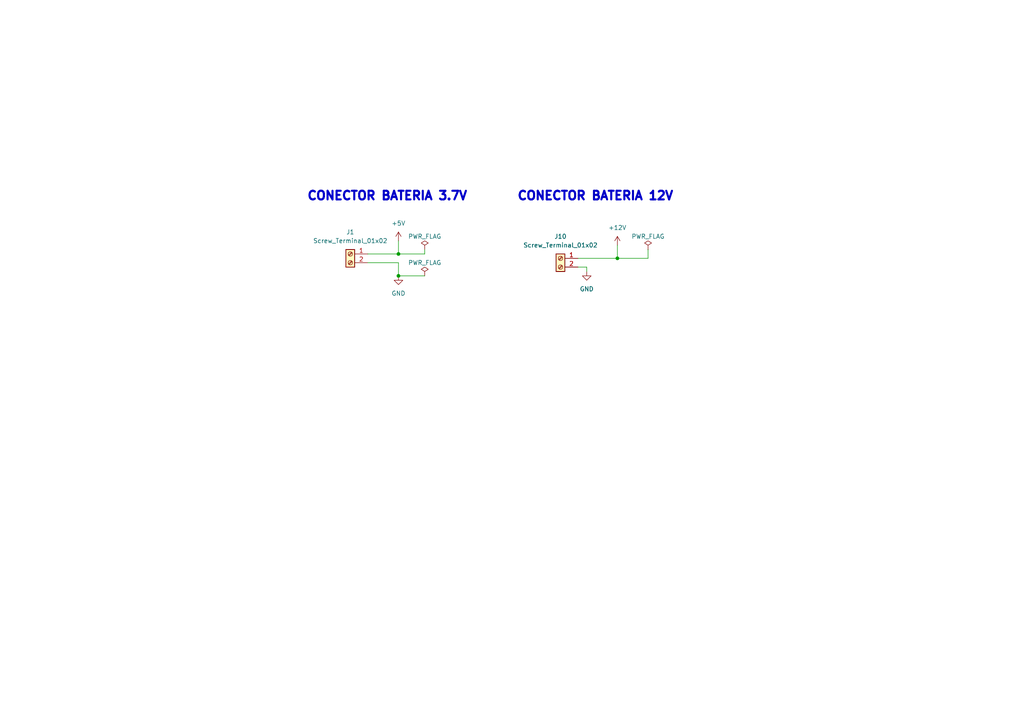
<source format=kicad_sch>
(kicad_sch (version 20230121) (generator eeschema)
  (paper "A4")
  (lib_symbols
    (symbol "Connector:Screw_Terminal_01x02" (pin_names (offset 1.016) hide)
      (property "Reference" "J" (at 0 2.54 0))
      (property "Value" "Screw_Terminal_01x02" (at 0 -5.08 0))
      (symbol "Screw_Terminal_01x02_1_1"
        (rectangle (start -1.27 1.27) (end 1.27 -3.81) (stroke (width 0.254)) (fill (type background)))
        (circle (center 0 -2.54) (radius 0.635) (stroke (width 0.1524)))
        (polyline (pts (xy -0.5334 -2.2098) (xy 0.3302 -3.048)) (stroke (width 0.1524)))
        (polyline (pts (xy -0.5334 0.3302) (xy 0.3302 -0.508)) (stroke (width 0.1524)))
        (polyline (pts (xy -0.3556 -2.032) (xy 0.508 -2.8702)) (stroke (width 0.1524)))
        (polyline (pts (xy -0.3556 0.508) (xy 0.508 -0.3302)) (stroke (width 0.1524)))
        (circle (center 0 0) (radius 0.635) (stroke (width 0.1524)))
        (pin passive line (at -5.08 0 0) (length 3.81) (name "Pin_1") (number "1"))
        (pin passive line (at -5.08 -2.54 0) (length 3.81) (name "Pin_2") (number "2"))
      )
    )
    (symbol "power:+12V" (power) (pin_names (offset 0))
      (property "Value" "+12V" (at 0 3.556 0))
      (symbol "+12V_0_1"
        (polyline (pts (xy -0.762 1.27) (xy 0 2.54)))
        (polyline (pts (xy 0 0) (xy 0 2.54)))
        (polyline (pts (xy 0 2.54) (xy 0.762 1.27)))
      )
      (symbol "+12V_1_1"
        (pin power_in line (at 0 0 90) (length 0) hide (name "+12V") (number "1"))
      )
    )
    (symbol "power:+5V" (power) (pin_names (offset 0))
      (property "Value" "+5V" (at 0 3.556 0))
      (symbol "+5V_0_1"
        (polyline (pts (xy -0.762 1.27) (xy 0 2.54)))
        (polyline (pts (xy 0 0) (xy 0 2.54)))
        (polyline (pts (xy 0 2.54) (xy 0.762 1.27)))
      )
      (symbol "+5V_1_1"
        (pin power_in line (at 0 0 90) (length 0) hide (name "+5V") (number "1"))
      )
    )
    (symbol "power:GND" (power) (pin_names (offset 0))
      (property "Value" "GND" (at 0 -3.81 0))
      (symbol "GND_0_1"
        (polyline (pts (xy 0 0) (xy 0 -1.27) (xy 1.27 -1.27) (xy 0 -2.54) (xy -1.27 -1.27) (xy 0 -1.27)))
      )
      (symbol "GND_1_1"
        (pin power_in line (at 0 0 270) (length 0) hide (name "GND") (number "1"))
      )
    )
    (symbol "power:PWR_FLAG" (power) (pin_numbers hide) (pin_names (offset 0) hide)
      (property "Value" "PWR_FLAG" (at 0 3.81 0))
      (symbol "PWR_FLAG_0_0"
        (pin power_out line (at 0 0 90) (length 0) (name "pwr") (number "1"))
      )
      (symbol "PWR_FLAG_0_1"
        (polyline (pts (xy 0 0) (xy 0 1.27) (xy -1.016 1.905) (xy 0 2.54) (xy 1.016 1.905) (xy 0 1.27)))
      )
    )
  )
  (junction (at 115.57 73.66))
  (junction (at 115.57 80.01))
  (junction (at 179.07 74.93))
  (wire (pts (xy 187.96 74.93) (xy 179.07 74.93)))
  (wire (pts (xy 115.57 69.85) (xy 115.57 73.66)))
  (wire (pts (xy 123.19 80.01) (xy 115.57 80.01)))
  (wire (pts (xy 106.68 76.2) (xy 115.57 76.2)))
  (wire (pts (xy 167.64 74.93) (xy 179.07 74.93)))
  (wire (pts (xy 123.19 73.66) (xy 115.57 73.66)))
  (wire (pts (xy 179.07 74.93) (xy 179.07 71.12)))
  (wire (pts (xy 115.57 76.2) (xy 115.57 80.01)))
  (wire (pts (xy 187.96 72.39) (xy 187.96 74.93)))
  (wire (pts (xy 123.19 72.39) (xy 123.19 73.66)))
  (wire (pts (xy 170.18 77.47) (xy 170.18 78.74)))
  (wire (pts (xy 106.68 73.66) (xy 115.57 73.66)))
  (wire (pts (xy 167.64 77.47) (xy 170.18 77.47)))
  (text "CONECTOR BATERIA 3.7V" (at 88.9 58.42 0) (effects (font (size 2.5 2.5) (thickness 0.6) bold) (justify left bottom)))
  (text "CONECTOR BATERIA 12V" (at 149.86 58.42 0) (effects (font (size 2.5 2.5) (thickness 0.6) bold) (justify left bottom)))
  (symbol (lib_id "power:PWR_FLAG") (at 123.19 80.01 0) (unit 1)
    (property "Reference" "#FLG02" (effects hide))
    (property "Value" "PWR_FLAG" (at 123.19 76.2 0))
    (instances (project "board_pf_cese" (path "" (reference "#FLG02") (unit 1)) (path "" (reference "#FLG06") (unit 1))))
  )
  (symbol (lib_id "power:+12V") (at 179.07 71.12 0) (unit 1)
    (property "Reference" "#PWR021" (effects hide))
    (property "Value" "+12V" (at 179.07 66.04 0))
    (instances (project "board_pf_cese" (path "" (reference "#PWR021") (unit 1)) (path "" (reference "#PWR025") (unit 1))))
  )
  (symbol (lib_id "power:+5V") (at 115.57 69.85 0) (unit 1)
    (property "Reference" "#PWR01" (effects hide))
    (property "Value" "+5V" (at 115.57 64.77 0))
    (instances (project "board_pf_cese" (path "" (reference "#PWR01") (unit 1)) (path "" (reference "#PWR021") (unit 1))))
  )
  (symbol (lib_id "Connector:Screw_Terminal_01x02") (at 162.56 74.93 0) (mirror y) (unit 1)
    (property "Reference" "J10" (at 162.56 68.58 0))
    (property "Value" "Screw_Terminal_01x02" (at 162.56 71.12 0))
    (property "Footprint" "TerminalBlock_Phoenix:TerminalBlock_Phoenix_MKDS-1,5-2_1x02_P5.00mm_Horizontal" (effects hide))
  )
  (symbol (lib_id "power:GND") (at 115.57 80.01 0) (unit 1)
    (property "Reference" "#PWR02" (effects hide))
    (property "Value" "GND" (at 115.57 85.09 0))
    (instances (project "board_pf_cese" (path "" (reference "#PWR02") (unit 1)) (path "" (reference "#PWR022") (unit 1))))
  )
  (symbol (lib_id "power:GND") (at 170.18 78.74 0) (unit 1)
    (property "Reference" "#PWR022" (effects hide))
    (property "Value" "GND" (at 170.18 83.82 0))
    (instances (project "board_pf_cese" (path "" (reference "#PWR022") (unit 1)) (path "" (reference "#PWR024") (unit 1))))
  )
  (symbol (lib_id "Connector:Screw_Terminal_01x02") (at 101.6 73.66 0) (mirror y) (unit 1)
    (property "Reference" "J1" (at 101.6 67.31 0))
    (property "Value" "Screw_Terminal_01x02" (at 101.6 69.85 0))
    (property "Footprint" "TerminalBlock_Phoenix:TerminalBlock_Phoenix_MKDS-1,5-2_1x02_P5.00mm_Horizontal" (effects hide))
  )
  (symbol (lib_id "power:PWR_FLAG") (at 187.96 72.39 0) (unit 1)
    (property "Reference" "#FLG03" (effects hide))
    (property "Value" "PWR_FLAG" (at 187.96 68.58 0))
    (instances (project "board_pf_cese" (path "" (reference "#FLG03") (unit 1)) (path "" (reference "#FLG05") (unit 1))))
  )
  (symbol (lib_id "power:PWR_FLAG") (at 123.19 72.39 0) (unit 1)
    (property "Reference" "#FLG01" (effects hide))
    (property "Value" "PWR_FLAG" (at 123.19 68.58 0))
    (instances (project "board_pf_cese" (path "" (reference "#FLG01") (unit 1)) (path "" (reference "#FLG03") (unit 1))))
  )
)
</source>
